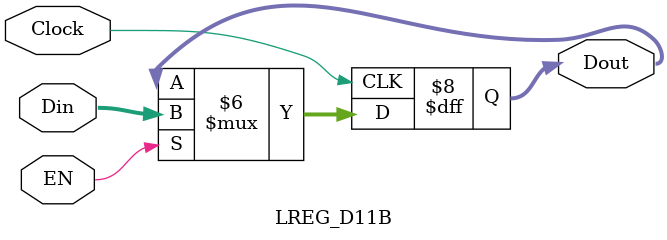
<source format=v>
`timescale	1ns/1ps

module	LREG_D11B(Dout, Din, EN, Clock)	;

output	[11:0]	Dout	;
reg	[11:0]	Dout	;

input	[11:0]	Din	;
wire	[11:0]	Din	;

input	EN	;
wire	EN	;

input	Clock	;
wire	Clock	;


always	@(posedge	Clock)
	begin
		if ( EN == 1'b1 )
			begin
				Dout <= Din	;
			end
		else if (EN == 1'b0 )
			begin
				Dout <= Dout	;
			end
	end

endmodule

</source>
